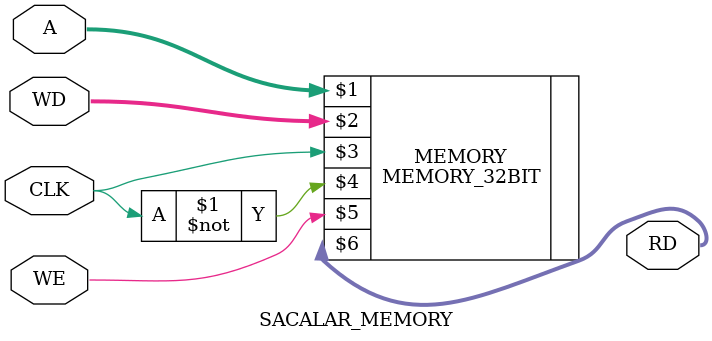
<source format=sv>
module SACALAR_MEMORY (CLK, WE, A, WD, RD);

	input  		  CLK, WE; // Clock, Write enable
	input  [31:0] A, WD;	  // Address, Write data
	output [31:0] RD;      // Read data

	MEMORY_32BIT 
		MEMORY (A, WD, CLK, ~CLK, WE, RD);

endmodule

</source>
